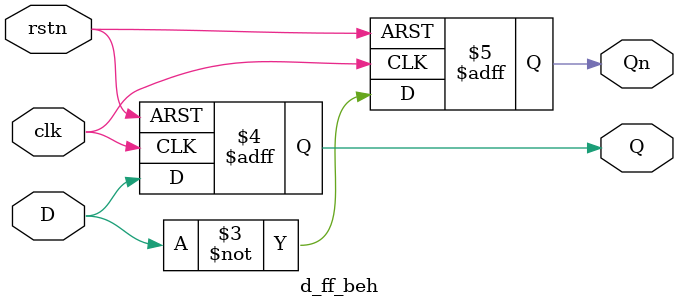
<source format=v>
module d_ff_beh (
    input rstn, clk, D,
    output reg Q, Qn
);
    always @ (posedge clk, negedge rstn)
    begin
        if (!rstn)
        begin
            Q <= 1'b0;
            Qn <= 1'b1;
        end
        else
        begin
            Q <= D;
            Qn <= ~D;
        end
    end
endmodule

</source>
